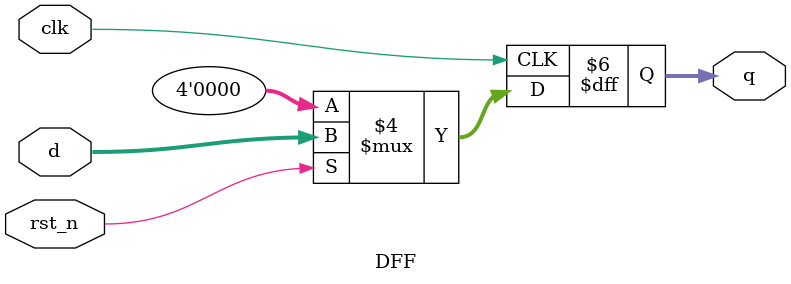
<source format=v>
module DFF #(
    parameter N = 4
)(
    input clk,
    input rst_n, // synchronous active-low reset
    input [N-1:0] d,
    output reg [N-1:0] q
);
    always @(posedge clk) begin
        if (!rst_n) begin
            q <= {N{1'b0}};
        end else begin
            q <= d;
        end
    end
endmodule
</source>
